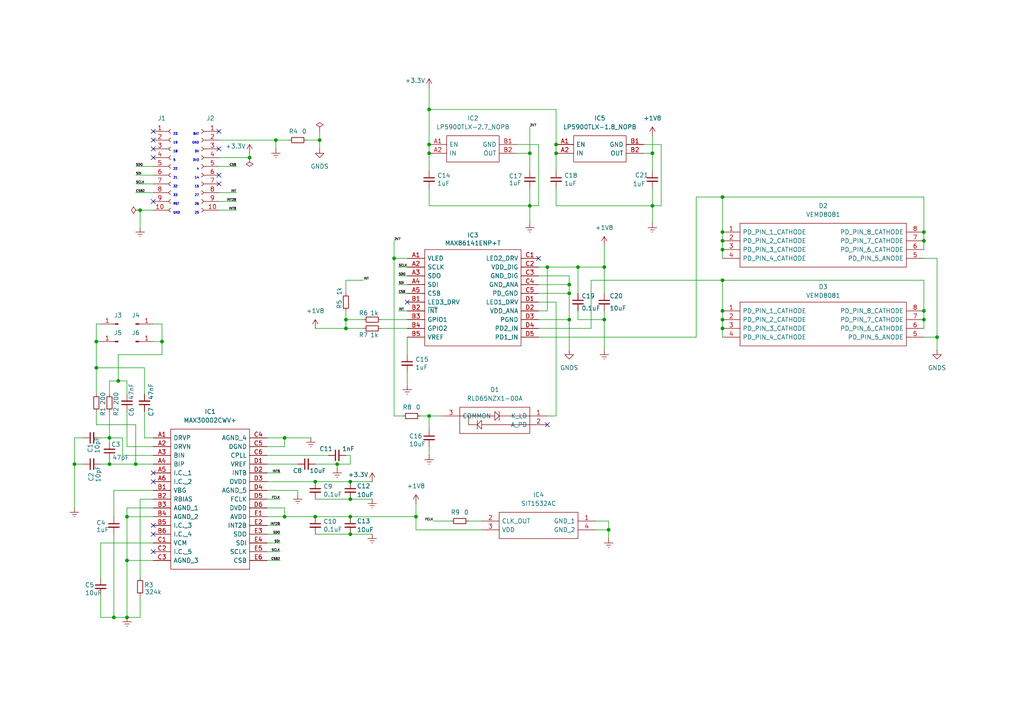
<source format=kicad_sch>
(kicad_sch (version 20231120) (generator "eeschema") (generator_version "8.0")
  (paper "A4")
  (title_block (title "Sensor board") (date "2024-03-13") (rev "2.1") (company "Ant Nova OÜ") (comment 2 "e-mail: vadim@ant.ee") (comment 3 "author: Vadim Kimlaychuk"))
  (junction (at 124.46 44.45))
  (junction (at 101.6 154.94))
  (junction (at 209.55 92.71))
  (junction (at 82.55 127))
  (junction (at 36.83 179.07))
  (junction (at 209.55 95.25))
  (junction (at 21.59 134.62))
  (junction (at 161.29 44.45))
  (junction (at 267.97 90.17))
  (junction (at 165.1 92.71))
  (junction (at 209.55 57.15))
  (junction (at 80.01 40.64))
  (junction (at 33.02 179.07))
  (junction (at 27.94 99.06))
  (junction (at 209.55 90.17))
  (junction (at 120.65 149.86))
  (junction (at 209.55 67.31))
  (junction (at 101.6 139.7))
  (junction (at 39.37 134.62))
  (junction (at 101.6 149.86))
  (junction (at 40.64 60.96))
  (junction (at 91.44 149.86))
  (junction (at 165.1 82.55))
  (junction (at 82.55 149.86))
  (junction (at 167.64 77.47))
  (junction (at 153.67 44.45))
  (junction (at 209.55 72.39))
  (junction (at 176.53 153.67))
  (junction (at 31.75 134.62))
  (junction (at 209.55 81.28))
  (junction (at 46.99 99.06))
  (junction (at 267.97 92.71))
  (junction (at 114.3 74.93))
  (junction (at 92.71 40.64))
  (junction (at 267.97 69.85))
  (junction (at 101.6 144.78))
  (junction (at 271.78 97.79))
  (junction (at 124.46 31.75))
  (junction (at 97.79 134.62))
  (junction (at 72.39 45.72))
  (junction (at 209.55 69.85))
  (junction (at 124.46 120.65))
  (junction (at 91.44 139.7))
  (junction (at 267.97 67.31))
  (junction (at 153.67 59.69))
  (junction (at 36.83 162.56))
  (junction (at 165.1 85.09))
  (junction (at 100.33 95.25))
  (junction (at 34.29 110.49))
  (junction (at 36.83 149.86))
  (junction (at 175.26 92.71))
  (junction (at 161.29 41.91))
  (junction (at 124.46 41.91))
  (junction (at 100.33 92.71))
  (junction (at 189.23 59.69))
  (junction (at 175.26 77.47))
  (junction (at 31.75 127))
  (junction (at 158.75 77.47))
  (junction (at 189.23 44.45))
  (junction (at 27.94 106.68))
  (no_connect (at 156.21 74.93))
  (no_connect (at 63.5 38.1))
  (no_connect (at 158.75 123.19))
  (no_connect (at 44.45 139.7))
  (no_connect (at 44.45 152.4))
  (no_connect (at 44.45 154.94))
  (no_connect (at 44.45 160.02))
  (no_connect (at 44.45 137.16))
  (no_connect (at 44.45 38.1))
  (no_connect (at 63.5 50.8))
  (no_connect (at 63.5 43.18))
  (no_connect (at 44.45 40.64))
  (no_connect (at 44.45 43.18))
  (no_connect (at 44.45 45.72))
  (no_connect (at 118.11 87.63))
  (no_connect (at 44.45 58.42))
  (no_connect (at 63.5 53.34))
  (wire (pts (xy 153.67 59.69) (xy 153.67 64.77)))
  (wire (pts (xy 101.6 139.7) (xy 107.95 139.7)))
  (wire (pts (xy 118.11 107.95) (xy 118.11 111.76)))
  (wire (pts (xy 63.5 40.64) (xy 80.01 40.64)))
  (wire (pts (xy 120.65 146.05) (xy 120.65 149.86)))
  (wire (pts (xy 209.55 95.25) (xy 209.55 97.79)))
  (wire (pts (xy 186.69 44.45) (xy 189.23 44.45)))
  (wire (pts (xy 36.83 119.38) (xy 36.83 129.54)))
  (wire (pts (xy 91.44 134.62) (xy 97.79 134.62)))
  (wire (pts (xy 189.23 59.69) (xy 189.23 64.77)))
  (wire (pts (xy 31.75 134.62) (xy 39.37 134.62)))
  (wire (pts (xy 39.37 123.19) (xy 39.37 134.62)))
  (wire (pts (xy 29.21 93.98) (xy 27.94 93.98)))
  (wire (pts (xy 77.47 132.08) (xy 95.25 132.08)))
  (wire (pts (xy 172.72 151.13) (xy 176.53 151.13)))
  (wire (pts (xy 40.64 66.04) (xy 40.64 60.96)))
  (wire (pts (xy 82.55 147.32) (xy 82.55 149.86)))
  (wire (pts (xy 135.89 151.13) (xy 139.7 151.13)))
  (wire (pts (xy 271.78 74.93) (xy 271.78 97.79)))
  (wire (pts (xy 158.75 77.47) (xy 167.64 77.47)))
  (wire (pts (xy 27.94 99.06) (xy 29.21 99.06)))
  (wire (pts (xy 124.46 54.61) (xy 124.46 59.69)))
  (wire (pts (xy 149.86 44.45) (xy 153.67 44.45)))
  (wire (pts (xy 120.65 153.67) (xy 139.7 153.67)))
  (wire (pts (xy 167.64 77.47) (xy 167.64 85.09)))
  (wire (pts (xy 189.23 59.69) (xy 191.77 59.69)))
  (wire (pts (xy 267.97 90.17) (xy 267.97 92.71)))
  (wire (pts (xy 120.65 149.86) (xy 120.65 153.67)))
  (wire (pts (xy 118.11 102.87) (xy 118.11 97.79)))
  (wire (pts (xy 189.23 54.61) (xy 189.23 59.69)))
  (wire (pts (xy 24.13 127) (xy 21.59 127)))
  (wire (pts (xy 165.1 82.55) (xy 165.1 85.09)))
  (wire (pts (xy 124.46 59.69) (xy 153.67 59.69)))
  (wire (pts (xy 161.29 87.63) (xy 161.29 120.65)))
  (wire (pts (xy 77.47 154.94) (xy 81.28 154.94)))
  (wire (pts (xy 44.45 93.98) (xy 46.99 93.98)))
  (wire (pts (xy 110.49 95.25) (xy 118.11 95.25)))
  (wire (pts (xy 91.44 139.7) (xy 101.6 139.7)))
  (wire (pts (xy 77.47 137.16) (xy 81.28 137.16)))
  (wire (pts (xy 92.71 40.64) (xy 92.71 43.18)))
  (wire (pts (xy 105.41 81.28) (xy 100.33 81.28)))
  (wire (pts (xy 40.64 172.72) (xy 40.64 179.07)))
  (wire (pts (xy 27.94 99.06) (xy 27.94 106.68)))
  (wire (pts (xy 171.45 81.28) (xy 171.45 95.25)))
  (wire (pts (xy 40.64 179.07) (xy 36.83 179.07)))
  (wire (pts (xy 115.57 85.09) (xy 118.11 85.09)))
  (wire (pts (xy 124.46 41.91) (xy 124.46 44.45)))
  (wire (pts (xy 209.55 57.15) (xy 201.93 57.15)))
  (wire (pts (xy 63.5 58.42) (xy 68.58 58.42)))
  (wire (pts (xy 209.55 67.31) (xy 209.55 69.85)))
  (wire (pts (xy 172.72 153.67) (xy 176.53 153.67)))
  (wire (pts (xy 158.75 120.65) (xy 161.29 120.65)))
  (wire (pts (xy 33.02 142.24) (xy 44.45 142.24)))
  (wire (pts (xy 34.29 102.87) (xy 34.29 110.49)))
  (wire (pts (xy 156.21 90.17) (xy 158.75 90.17)))
  (wire (pts (xy 121.92 120.65) (xy 124.46 120.65)))
  (wire (pts (xy 82.55 149.86) (xy 91.44 149.86)))
  (wire (pts (xy 100.33 95.25) (xy 105.41 95.25)))
  (wire (pts (xy 31.75 110.49) (xy 34.29 110.49)))
  (wire (pts (xy 41.91 114.3) (xy 41.91 106.68)))
  (wire (pts (xy 101.6 144.78) (xy 107.95 144.78)))
  (wire (pts (xy 114.3 120.65) (xy 114.3 74.93)))
  (wire (pts (xy 77.47 139.7) (xy 91.44 139.7)))
  (wire (pts (xy 124.46 129.54) (xy 124.46 132.08)))
  (wire (pts (xy 153.67 36.83) (xy 153.67 44.45)))
  (wire (pts (xy 29.21 157.48) (xy 44.45 157.48)))
  (wire (pts (xy 77.47 152.4) (xy 81.28 152.4)))
  (wire (pts (xy 209.55 81.28) (xy 171.45 81.28)))
  (wire (pts (xy 91.44 154.94) (xy 101.6 154.94)))
  (wire (pts (xy 44.45 147.32) (xy 36.83 147.32)))
  (wire (pts (xy 161.29 59.69) (xy 189.23 59.69)))
  (wire (pts (xy 153.67 59.69) (xy 156.21 59.69)))
  (wire (pts (xy 77.47 147.32) (xy 82.55 147.32)))
  (wire (pts (xy 36.83 110.49) (xy 36.83 114.3)))
  (wire (pts (xy 156.21 41.91) (xy 156.21 59.69)))
  (wire (pts (xy 115.57 80.01) (xy 118.11 80.01)))
  (wire (pts (xy 77.47 149.86) (xy 82.55 149.86)))
  (wire (pts (xy 100.33 90.17) (xy 100.33 92.71)))
  (wire (pts (xy 153.67 44.45) (xy 153.67 49.53)))
  (wire (pts (xy 161.29 41.91) (xy 161.29 44.45)))
  (wire (pts (xy 31.75 127) (xy 31.75 128.27)))
  (wire (pts (xy 63.5 60.96) (xy 68.58 60.96)))
  (wire (pts (xy 115.57 90.17) (xy 118.11 90.17)))
  (wire (pts (xy 77.47 129.54) (xy 82.55 129.54)))
  (wire (pts (xy 46.99 93.98) (xy 46.99 99.06)))
  (wire (pts (xy 39.37 55.88) (xy 44.45 55.88)))
  (wire (pts (xy 36.83 129.54) (xy 44.45 129.54)))
  (wire (pts (xy 101.6 154.94) (xy 107.95 154.94)))
  (wire (pts (xy 209.55 92.71) (xy 209.55 95.25)))
  (wire (pts (xy 114.3 120.65) (xy 116.84 120.65)))
  (wire (pts (xy 267.97 92.71) (xy 267.97 95.25)))
  (wire (pts (xy 80.01 40.64) (xy 80.01 43.18)))
  (wire (pts (xy 167.64 90.17) (xy 167.64 92.71)))
  (wire (pts (xy 41.91 106.68) (xy 27.94 106.68)))
  (wire (pts (xy 110.49 92.71) (xy 118.11 92.71)))
  (wire (pts (xy 101.6 134.62) (xy 97.79 134.62)))
  (wire (pts (xy 156.21 97.79) (xy 201.93 97.79)))
  (wire (pts (xy 209.55 57.15) (xy 209.55 67.31)))
  (wire (pts (xy 31.75 133.35) (xy 31.75 134.62)))
  (wire (pts (xy 167.64 92.71) (xy 175.26 92.71)))
  (wire (pts (xy 29.21 127) (xy 31.75 127)))
  (wire (pts (xy 63.5 45.72) (xy 72.39 45.72)))
  (wire (pts (xy 31.75 114.3) (xy 31.75 110.49)))
  (wire (pts (xy 267.97 97.79) (xy 271.78 97.79)))
  (wire (pts (xy 80.01 40.64) (xy 83.82 40.64)))
  (wire (pts (xy 34.29 110.49) (xy 36.83 110.49)))
  (wire (pts (xy 114.3 74.93) (xy 118.11 74.93)))
  (wire (pts (xy 77.47 144.78) (xy 81.28 144.78)))
  (wire (pts (xy 29.21 167.64) (xy 29.21 157.48)))
  (wire (pts (xy 149.86 41.91) (xy 156.21 41.91)))
  (wire (pts (xy 33.02 149.86) (xy 33.02 142.24)))
  (wire (pts (xy 77.47 160.02) (xy 81.28 160.02)))
  (wire (pts (xy 36.83 162.56) (xy 44.45 162.56)))
  (wire (pts (xy 40.64 144.78) (xy 40.64 167.64)))
  (wire (pts (xy 91.44 144.78) (xy 101.6 144.78)))
  (wire (pts (xy 267.97 67.31) (xy 267.97 69.85)))
  (wire (pts (xy 77.47 157.48) (xy 81.28 157.48)))
  (wire (pts (xy 161.29 41.91) (xy 161.29 31.75)))
  (wire (pts (xy 115.57 77.47) (xy 118.11 77.47)))
  (wire (pts (xy 91.44 95.25) (xy 100.33 95.25)))
  (wire (pts (xy 36.83 162.56) (xy 36.83 179.07)))
  (wire (pts (xy 82.55 129.54) (xy 82.55 127)))
  (wire (pts (xy 105.41 92.71) (xy 100.33 92.71)))
  (wire (pts (xy 125.73 151.13) (xy 130.81 151.13)))
  (wire (pts (xy 40.64 60.96) (xy 44.45 60.96)))
  (wire (pts (xy 39.37 53.34) (xy 44.45 53.34)))
  (wire (pts (xy 77.47 134.62) (xy 86.36 134.62)))
  (wire (pts (xy 209.55 90.17) (xy 209.55 92.71)))
  (wire (pts (xy 29.21 179.07) (xy 33.02 179.07)))
  (wire (pts (xy 35.56 127) (xy 35.56 132.08)))
  (wire (pts (xy 165.1 80.01) (xy 165.1 82.55)))
  (wire (pts (xy 175.26 77.47) (xy 175.26 85.09)))
  (wire (pts (xy 175.26 92.71) (xy 175.26 101.6)))
  (wire (pts (xy 72.39 45.72) (xy 72.39 44.45)))
  (wire (pts (xy 124.46 25.4) (xy 124.46 31.75)))
  (wire (pts (xy 165.1 85.09) (xy 165.1 92.71)))
  (wire (pts (xy 41.91 119.38) (xy 41.91 127)))
  (wire (pts (xy 36.83 147.32) (xy 36.83 149.86)))
  (wire (pts (xy 100.33 92.71) (xy 100.33 95.25)))
  (wire (pts (xy 186.69 41.91) (xy 191.77 41.91)))
  (wire (pts (xy 161.29 44.45) (xy 161.29 49.53)))
  (wire (pts (xy 124.46 44.45) (xy 124.46 49.53)))
  (wire (pts (xy 175.26 71.12) (xy 175.26 77.47)))
  (wire (pts (xy 191.77 41.91) (xy 191.77 59.69)))
  (wire (pts (xy 156.21 92.71) (xy 165.1 92.71)))
  (wire (pts (xy 27.94 119.38) (xy 27.94 123.19)))
  (wire (pts (xy 267.97 69.85) (xy 267.97 72.39)))
  (wire (pts (xy 267.97 90.17) (xy 267.97 81.28)))
  (wire (pts (xy 44.45 144.78) (xy 40.64 144.78)))
  (wire (pts (xy 267.97 57.15) (xy 209.55 57.15)))
  (wire (pts (xy 27.94 106.68) (xy 27.94 114.3)))
  (wire (pts (xy 97.79 134.62) (xy 97.79 135.89)))
  (wire (pts (xy 91.44 149.86) (xy 101.6 149.86)))
  (wire (pts (xy 44.45 99.06) (xy 46.99 99.06)))
  (wire (pts (xy 156.21 82.55) (xy 165.1 82.55)))
  (wire (pts (xy 63.5 48.26) (xy 68.58 48.26)))
  (wire (pts (xy 156.21 77.47) (xy 158.75 77.47)))
  (wire (pts (xy 24.13 134.62) (xy 21.59 134.62)))
  (wire (pts (xy 39.37 134.62) (xy 44.45 134.62)))
  (wire (pts (xy 101.6 132.08) (xy 101.6 134.62)))
  (wire (pts (xy 31.75 127) (xy 35.56 127)))
  (wire (pts (xy 161.29 31.75) (xy 124.46 31.75)))
  (wire (pts (xy 92.71 38.1) (xy 92.71 40.64)))
  (wire (pts (xy 39.37 48.26) (xy 44.45 48.26)))
  (wire (pts (xy 63.5 55.88) (xy 68.58 55.88)))
  (wire (pts (xy 189.23 39.37) (xy 189.23 44.45)))
  (wire (pts (xy 77.47 127) (xy 82.55 127)))
  (wire (pts (xy 29.21 172.72) (xy 29.21 179.07)))
  (wire (pts (xy 82.55 127) (xy 90.17 127)))
  (wire (pts (xy 124.46 120.65) (xy 128.27 120.65)))
  (wire (pts (xy 124.46 31.75) (xy 124.46 41.91)))
  (wire (pts (xy 39.37 50.8) (xy 44.45 50.8)))
  (wire (pts (xy 156.21 95.25) (xy 171.45 95.25)))
  (wire (pts (xy 100.33 81.28) (xy 100.33 85.09)))
  (wire (pts (xy 176.53 151.13) (xy 176.53 153.67)))
  (wire (pts (xy 156.21 87.63) (xy 161.29 87.63)))
  (wire (pts (xy 201.93 57.15) (xy 201.93 97.79)))
  (wire (pts (xy 209.55 72.39) (xy 209.55 74.93)))
  (wire (pts (xy 31.75 119.38) (xy 31.75 127)))
  (wire (pts (xy 161.29 54.61) (xy 161.29 59.69)))
  (wire (pts (xy 175.26 90.17) (xy 175.26 92.71)))
  (wire (pts (xy 41.91 127) (xy 44.45 127)))
  (wire (pts (xy 165.1 92.71) (xy 165.1 101.6)))
  (wire (pts (xy 33.02 154.94) (xy 33.02 179.07)))
  (wire (pts (xy 27.94 93.98) (xy 27.94 99.06)))
  (wire (pts (xy 114.3 69.85) (xy 114.3 74.93)))
  (wire (pts (xy 77.47 162.56) (xy 81.28 162.56)))
  (wire (pts (xy 77.47 142.24) (xy 86.36 142.24)))
  (wire (pts (xy 156.21 80.01) (xy 165.1 80.01)))
  (wire (pts (xy 21.59 134.62) (xy 21.59 147.32)))
  (wire (pts (xy 153.67 54.61) (xy 153.67 59.69)))
  (wire (pts (xy 267.97 74.93) (xy 271.78 74.93)))
  (wire (pts (xy 46.99 99.06) (xy 46.99 102.87)))
  (wire (pts (xy 267.97 81.28) (xy 209.55 81.28)))
  (wire (pts (xy 176.53 153.67) (xy 176.53 156.21)))
  (wire (pts (xy 100.33 132.08) (xy 101.6 132.08)))
  (wire (pts (xy 189.23 44.45) (xy 189.23 49.53)))
  (wire (pts (xy 35.56 132.08) (xy 44.45 132.08)))
  (wire (pts (xy 115.57 82.55) (xy 118.11 82.55)))
  (wire (pts (xy 271.78 97.79) (xy 271.78 101.6)))
  (wire (pts (xy 101.6 149.86) (xy 120.65 149.86)))
  (wire (pts (xy 209.55 69.85) (xy 209.55 72.39)))
  (wire (pts (xy 124.46 120.65) (xy 124.46 124.46)))
  (wire (pts (xy 158.75 90.17) (xy 158.75 77.47)))
  (wire (pts (xy 27.94 123.19) (xy 39.37 123.19)))
  (wire (pts (xy 267.97 67.31) (xy 267.97 57.15)))
  (wire (pts (xy 86.36 142.24) (xy 86.36 143.51)))
  (wire (pts (xy 29.21 134.62) (xy 31.75 134.62)))
  (wire (pts (xy 36.83 149.86) (xy 44.45 149.86)))
  (wire (pts (xy 21.59 127) (xy 21.59 134.62)))
  (wire (pts (xy 88.9 40.64) (xy 92.71 40.64)))
  (wire (pts (xy 209.55 81.28) (xy 209.55 90.17)))
  (wire (pts (xy 33.02 179.07) (xy 36.83 179.07)))
  (wire (pts (xy 167.64 77.47) (xy 175.26 77.47)))
  (wire (pts (xy 46.99 102.87) (xy 34.29 102.87)))
  (wire (pts (xy 156.21 85.09) (xy 165.1 85.09)))
  (wire (pts (xy 36.83 149.86) (xy 36.83 162.56)))
  (text "23" (at 50.165 39.37 0) (effects (font (size 0.635 0.635)) (justify left bottom)))
  (text "22" (at 50.165 49.53 0) (effects (font (size 0.635 0.635)) (justify left bottom)))
  (text "32" (at 50.165 54.61 0) (effects (font (size 0.635 0.635)) (justify left bottom)))
  (text "33" (at 50.165 57.15 0) (effects (font (size 0.635 0.635)) (justify left bottom)))
  (text "GND" (at 50.165 62.23 0) (effects (font (size 0.635 0.635)) (justify left bottom)))
  (text "18" (at 50.165 44.45 0) (effects (font (size 0.635 0.635)) (justify left bottom)))
  (text "21" (at 50.165 52.07 0) (effects (font (size 0.635 0.635)) (justify left bottom)))
  (text "25" (at 57.785 62.23 180) (effects (font (size 0.635 0.635)) (justify right bottom)))
  (text "5" (at 50.165 46.99 0) (effects (font (size 0.635 0.635)) (justify left bottom)))
  (text "BAT" (at 57.785 39.37 180) (effects (font (size 0.635 0.635)) (justify right bottom)))
  (text "19" (at 50.165 41.91 0) (effects (font (size 0.635 0.635)) (justify left bottom)))
  (text "GND" (at 57.785 41.91 180) (effects (font (size 0.635 0.635)) (justify right bottom)))
  (text "RST" (at 50.165 59.69 0) (effects (font (size 0.635 0.635)) (justify left bottom)))
  (text "26" (at 57.785 59.69 180) (effects (font (size 0.635 0.635)) (justify right bottom)))
  (text "4" (at 57.785 49.53 180) (effects (font (size 0.635 0.635)) (justify right bottom)))
  (text "27" (at 57.785 57.15 180) (effects (font (size 0.635 0.635)) (justify right bottom)))
  (text "3V3" (at 57.785 46.99 180) (effects (font (size 0.635 0.635)) (justify right bottom)))
  (text "5V" (at 57.785 44.45 180) (effects (font (size 0.635 0.635)) (justify right bottom)))
  (text "15" (at 57.785 54.61 180) (effects (font (size 0.635 0.635)) (justify right bottom)))
  (text "14" (at 57.785 52.07 180) (effects (font (size 0.635 0.635)) (justify right bottom)))
  (label "SDI" (at 115.57 82.55 0) (effects (font (size 0.635 0.635))))
  (label "INT" (at 105.41 81.28 0) (effects (font (size 0.635 0.635))))
  (label "CSB" (at 115.57 85.09 0) (effects (font (size 0.635 0.635))))
  (label "SCLK" (at 81.28 160.02 180) (effects (font (size 0.635 0.635))))
  (label "CSB2" (at 39.37 55.88 0) (effects (font (size 0.635 0.635))))
  (label "2V7" (at 114.3 69.85 0) (effects (font (size 0.635 0.635))))
  (label "SCLK" (at 39.37 53.34 0) (effects (font (size 0.635 0.635))))
  (label "INTB" (at 68.58 60.96 180) (effects (font (size 0.635 0.635))))
  (label "INT2B" (at 68.58 58.42 180) (effects (font (size 0.635 0.635))))
  (label "2V7" (at 153.67 36.83 0) (effects (font (size 0.635 0.635))))
  (label "SCLK" (at 115.57 77.47 0) (effects (font (size 0.635 0.635))))
  (label "INT" (at 68.58 55.88 180) (effects (font (size 0.635 0.635))))
  (label "SDI" (at 81.28 157.48 180) (effects (font (size 0.635 0.635))))
  (label "INT" (at 115.57 90.17 0) (effects (font (size 0.635 0.635))))
  (label "SDO" (at 81.28 154.94 180) (effects (font (size 0.635 0.635))))
  (label "CSB2" (at 81.28 162.56 180) (effects (font (size 0.635 0.635))))
  (label "FCLK" (at 125.73 151.13 180) (effects (font (size 0.635 0.635))))
  (label "SDO" (at 39.37 48.26 0) (effects (font (size 0.635 0.635))))
  (label "INT2B" (at 81.28 152.4 180) (effects (font (size 0.635 0.635))))
  (label "SDI" (at 39.37 50.8 0) (effects (font (size 0.635 0.635))))
  (label "INTB" (at 81.28 137.16 180) (effects (font (size 0.635 0.635))))
  (label "CSB" (at 68.58 48.26 180) (effects (font (size 0.635 0.635))))
  (label "SDO" (at 115.57 80.01 0) (effects (font (size 0.635 0.635))))
  (label "FCLK" (at 81.28 144.78 180) (effects (font (size 0.635 0.635))))
  (symbol (lib_id "Device:C_Small") (at 175.26 87.63 0) (unit 1)
    (property "Reference" "C20" (at 176.784 85.852 0) (effects (justify left)))
    (property "Value" "10uF" (at 176.784 89.408 0) (effects (justify left)))
    (property "Footprint" "Capacitor_SMD:C_0402_1005Metric" (effects (hide yes)))
    (property "Datasheet" "https://www.mouser.ee/datasheet/2/447/UPY-GPHC_X5R_4V-to-50V_25-1131599.pdf" (effects (hide yes)))
    (property "Manufacturer" "Yageo" (effects (hide yes)))
    (property "Manufacturer Part Number" "CC0402MRX5R5BB106" (effects (hide yes)))
    (property "Mouser Price/Stock" "https://www.mouser.ee/ProductDetail/Yageo/CC0402MRX5R5BB106/?qs=zEY9bCHj09eCmUJdZuS5Lg%3D%3D" (effects (hide yes)))
    (property "Digikey Part Number" "311-1729-2-ND" (effects (hide yes)))
    (property "Price" "0.22" (effects (hide yes)))
  )
  (symbol (lib_id "Device:C_Small") (at 118.11 105.41 0) (unit 1)
    (property "Reference" "C15" (at 120.4468 104.2416 0) (effects (justify left)))
    (property "Value" "1uF" (at 120.4468 106.553 0) (effects (justify left)))
    (property "Footprint" "Capacitor_SMD:C_0402_1005Metric" (effects (hide yes)))
    (property "Datasheet" "http://www.easyflip.co.uk/Farnell_element14_2013_UK/book.html?page=1145" (effects (hide yes)))
    (property "Manufacturer" "Yageo" (effects (hide yes)))
    (property "Manufacturer Part Number" "CC0402KRX5R5BB105" (effects (hide yes)))
    (property "Mouser Price/Stock" "https://www.mouser.ee/ProductDetail/Yageo/CC0402KRX5R5BB105/?qs=AgBp2OyFlx8OsRLdvCJiRw%3D%3D" (effects (hide yes)))
    (property "Digikey Part Number" "311-1438-2-ND" (effects (hide yes)))
    (property "Price" "0.09" (effects (hide yes)))
  )
  (symbol (lib_id "Device:C_Small") (at 167.64 87.63 0) (unit 1)
    (property "Reference" "C19" (at 168.656 85.852 0) (effects (justify left)))
    (property "Value" "0.1uF" (at 168.656 89.408 0) (effects (justify left)))
    (property "Footprint" "Capacitor_SMD:C_0402_1005Metric" (effects (hide yes)))
    (property "Datasheet" "https://www.mouser.ee/datasheet/2/447/UPY-GPHC_X5R_4V-to-50V_25-1131599.pdf" (effects (hide yes)))
    (property "Manufacturer" "Yageo" (effects (hide yes)))
    (property "Manufacturer Part Number" "CC0402KRX5R5BB104" (effects (hide yes)))
    (property "Mouser Price/Stock" "https://www.mouser.ee/ProductDetail/Yageo/CC0402KRX5R5BB104/?qs=T%2F3nPWKqOSbG4z8ii3LyCg%3D%3D" (effects (hide yes)))
    (property "Digikey Part Number" "311-3340-2-ND" (effects (hide yes)))
    (property "Price" "0.09" (effects (hide yes)))
  )
  (symbol (lib_id "Device:R_Small") (at 107.95 92.71 270) (unit 1)
    (property "Reference" "R6" (at 105.41 90.805 90))
    (property "Value" "1k" (at 108.585 90.805 90))
    (property "Footprint" "Resistor_SMD:R_0402_1005Metric" (effects (hide yes)))
    (property "Datasheet" "https://www.mouser.ee/datasheet/2/427/crcwce3-1762584.pdf" (effects (hide yes)))
    (property "Manufacturer" "Vishay / Dale" (effects (hide yes)))
    (property "Manufacturer Part Number" "CRCW04021K00FKEDC" (effects (hide yes)))
    (property "Mouser Price/Stock" "https://www.mouser.ee/ProductDetail/Vishay-Dale/CRCW04021K00FKEDC?qs=sGAEpiMZZMvdGkrng054t8r8AhKhXLMm3e8cE5j2FQOWYLX7Ezsnvg%3D%3D" (effects (hide yes)))
    (property "Digikey Part Number" "541-3961-2-ND" (effects (hide yes)))
    (property "Price" "0.09" (effects (hide yes)))
  )
  (symbol (lib_id "Device:C_Small") (at 101.6 142.24 0) (unit 1)
    (property "Reference" "C12" (at 103.505 140.97 0) (effects (justify left)))
    (property "Value" "10uF" (at 103.505 143.51 0) (effects (justify left)))
    (property "Footprint" "Capacitor_SMD:C_0402_1005Metric" (effects (hide yes)))
    (property "Datasheet" "https://www.mouser.ee/datasheet/2/447/UPY-GPHC_X5R_4V-to-50V_25-1131599.pdf" (effects (hide yes)))
    (property "Manufacturer" "Yageo" (effects (hide yes)))
    (property "Manufacturer Part Number" "CC0402MRX5R5BB106" (effects (hide yes)))
    (property "Mouser Price/Stock" "https://www.mouser.ee/ProductDetail/Yageo/CC0402MRX5R5BB106/?qs=zEY9bCHj09eCmUJdZuS5Lg%3D%3D" (effects (hide yes)))
    (property "Digikey Part Number" "311-1729-2-ND" (effects (hide yes)))
    (property "Price" "0.22" (effects (hide yes)))
  )
  (symbol (lib_id "Device:R_Small") (at 86.36 40.64 270) (unit 1)
    (property "Reference" "R4" (at 85.09 38.1 90))
    (property "Value" "0" (at 88.265 38.1 90))
    (property "Footprint" "Resistor_SMD:R_0402_1005Metric" (effects (hide yes)))
    (property "Datasheet" "https://www.mouser.ee/datasheet/2/427/crcwce3-1762584.pdf" (effects (hide yes)))
    (property "Manufacturer" "Vishay / Dale" (effects (hide yes)))
    (property "Manufacturer Part Number" "CRCW04020000Z0EDC" (effects (hide yes)))
    (property "Mouser Price/Stock" "https://www.mouser.ee/ProductDetail/Vishay-Dale/CRCW04020000Z0EDC/?qs=sGAEpiMZZMvdGkrng054t0DrEhLhGh8gwkqbMx2gSI%252BmKUnjnIW1MQ%3D%3D" (effects (hide yes)))
    (property "Digikey Part Number" "541-4062-2-ND" (effects (hide yes)))
    (property "Price" "0.09" (effects (hide yes)))
  )
  (symbol (lib_id "Device:R_Small") (at 119.38 120.65 270) (unit 1)
    (property "Reference" "R8" (at 118.11 118.11 90))
    (property "Value" "0" (at 121.285 118.11 90))
    (property "Footprint" "Resistor_SMD:R_0402_1005Metric" (effects (hide yes)))
    (property "Datasheet" "https://www.mouser.ee/datasheet/2/427/crcwce3-1762584.pdf" (effects (hide yes)))
    (property "Manufacturer" "Vishay / Dale" (effects (hide yes)))
    (property "Manufacturer Part Number" "CRCW04020000Z0EDC" (effects (hide yes)))
    (property "Mouser Price/Stock" "https://www.mouser.ee/ProductDetail/Vishay-Dale/CRCW04020000Z0EDC/?qs=sGAEpiMZZMvdGkrng054t0DrEhLhGh8gwkqbMx2gSI%252BmKUnjnIW1MQ%3D%3D" (effects (hide yes)))
    (property "Digikey Part Number" "541-4062-2-ND" (effects (hide yes)))
    (property "Price" "0.09" (effects (hide yes)))
  )
  (symbol (lib_id "Horace:MAX86141ENP+") (at 118.11 74.93 0) (unit 1)
    (property "Reference" "IC3" (at 137.16 68.199 0))
    (property "Value" "MAX86141ENP+T" (at 137.16 70.5104 0))
    (property "Footprint" "Horace:BGA20C40P5X4_205X185X50" (effects (hide yes)))
    (property "Datasheet" "https://datasheets.maximintegrated.com/en/ds/MAX86140-MAX86141.pdf" (effects (hide yes)))
    (property "Description" "MAXIM INTEGRATED PRODUCTS - MAX86141ENP+ - PULSE OXIMETER/HEART RATE SENSOR, WLP-20" (effects (hide yes)))
    (property "Manufacturer" "Maxim Integrated" (effects (hide yes)))
    (property "Manufacturer Part Number" "MAX86141ENP+T" (effects (hide yes)))
    (property "Height" "0.5" (effects (hide yes)))
    (property "Mouser Part Number" "700-MAX86141ENP+" (effects (hide yes)))
    (property "Mouser Price/Stock" "https://www.mouser.co.uk/ProductDetail/Maxim-Integrated/MAX86141ENP%2b?qs=YCa%2FAAYMW01jqVI3kzZSjA%3D%3D" (effects (hide yes)))
    (property "Digikey Part Number" "MAX86141ENP+TCT-ND" (effects (hide yes)))
    (property "Price" "6.25" (effects (hide yes)))
    (property "Manufacturer_Name" "Maxim Integrated" (effects (hide yes)))
    (property "Manufacturer_Part_Number" "MAX86141ENP+" (effects (hide yes)))
  )
  (symbol (lib_id "Horace:Probe_01_male") (at 39.37 99.06 0) (unit 1)
    (property "Reference" "J6" (at 39.37 96.52 0))
    (property "Value" "Probe_01_male" (effects (hide yes)))
    (property "Footprint" "Horace:Probe_01_male" (effects (hide yes)))
    (property "Description" "Test probe pin" (effects (hide yes)))
    (property "Manufacturer Part Number" "3977-1-00-15-00-00-03-0" (effects (hide yes)))
    (property "Mouser Price/Stock" "https://www.digikey.ee/products/en?keywords=3975-0-00-15-00-00-03-0" (effects (hide yes)))
    (property "Digikey Part Number" "ED10387-ND" (effects (hide yes)))
    (property "Price" "0.3" (effects (hide yes)))
  )
  (symbol (lib_id "Horace:Probe_01_male") (at 39.37 93.98 0) (unit 1)
    (property "Reference" "J4" (at 39.37 91.44 0))
    (property "Value" "Probe_01_male" (effects (hide yes)))
    (property "Footprint" "Horace:Probe_01_male" (effects (hide yes)))
    (property "Description" "Test probe pin" (effects (hide yes)))
    (property "Manufacturer Part Number" "3977-1-00-15-00-00-03-0" (effects (hide yes)))
    (property "Mouser Price/Stock" "https://www.digikey.ee/products/en?keywords=3975-0-00-15-00-00-03-0" (effects (hide yes)))
    (property "Digikey Part Number" "ED10387-ND" (effects (hide yes)))
    (property "Price" "0.3" (effects (hide yes)))
  )
  (symbol (lib_id "Horace:Probe_01_male") (at 34.29 93.98 180) (unit 1)
    (property "Reference" "J3" (at 33.02 91.44 0) (effects (justify right)))
    (property "Value" "Probe_01_male" (effects (hide yes)))
    (property "Footprint" "Horace:Probe_01_male" (effects (hide yes)))
    (property "Description" "Test probe pin" (effects (hide yes)))
    (property "Manufacturer Part Number" "3977-1-00-15-00-00-03-0" (effects (hide yes)))
    (property "Mouser Price/Stock" "https://www.digikey.ee/products/en?keywords=3975-0-00-15-00-00-03-0" (effects (hide yes)))
    (property "Digikey Part Number" "ED10387-ND" (effects (hide yes)))
    (property "Price" "0.3" (effects (hide yes)))
  )
  (symbol (lib_id "Horace:Probe_01_male") (at 34.29 99.06 180) (unit 1)
    (property "Reference" "J5" (at 33.02 96.52 0) (effects (justify right)))
    (property "Value" "Probe_01_male" (effects (hide yes)))
    (property "Footprint" "Horace:Probe_01_male" (effects (hide yes)))
    (property "Description" "Test probe pin" (effects (hide yes)))
    (property "Manufacturer Part Number" "3977-1-00-15-00-00-03-0" (effects (hide yes)))
    (property "Mouser Price/Stock" "https://www.digikey.ee/products/en?keywords=3975-0-00-15-00-00-03-0" (effects (hide yes)))
    (property "Digikey Part Number" "ED10387-ND" (effects (hide yes)))
    (property "Price" "0.3" (effects (hide yes)))
  )
  (symbol (lib_id "Device:R_Small") (at 107.95 95.25 270) (unit 1)
    (property "Reference" "R7" (at 105.41 97.155 90))
    (property "Value" "1k" (at 108.585 97.155 90))
    (property "Footprint" "Resistor_SMD:R_0402_1005Metric" (effects (hide yes)))
    (property "Datasheet" "https://www.mouser.ee/datasheet/2/427/crcwce3-1762584.pdf" (effects (hide yes)))
    (property "Manufacturer" "Vishay / Dale" (effects (hide yes)))
    (property "Manufacturer Part Number" "CRCW04021K00FKEDC" (effects (hide yes)))
    (property "Mouser Price/Stock" "https://www.mouser.ee/ProductDetail/Vishay-Dale/CRCW04021K00FKEDC?qs=sGAEpiMZZMvdGkrng054t8r8AhKhXLMm3e8cE5j2FQOWYLX7Ezsnvg%3D%3D" (effects (hide yes)))
    (property "Digikey Part Number" "541-3961-2-ND" (effects (hide yes)))
    (property "Price" "0.09" (effects (hide yes)))
  )
  (symbol (lib_id "Device:R_Small") (at 100.33 87.63 0) (unit 1)
    (property "Reference" "R5" (at 98.425 88.265 90))
    (property "Value" "1k" (at 98.425 84.455 90))
    (property "Footprint" "Resistor_SMD:R_0402_1005Metric" (effects (hide yes)))
    (property "Datasheet" "https://www.mouser.ee/datasheet/2/427/crcwce3-1762584.pdf" (effects (hide yes)))
    (property "Manufacturer" "Vishay / Dale" (effects (hide yes)))
    (property "Manufacturer Part Number" "CRCW04021K00FKEDC" (effects (hide yes)))
    (property "Mouser Price/Stock" "https://www.mouser.ee/ProductDetail/Vishay-Dale/CRCW04021K00FKEDC?qs=sGAEpiMZZMvdGkrng054t8r8AhKhXLMm3e8cE5j2FQOWYLX7Ezsnvg%3D%3D" (effects (hide yes)))
    (property "Digikey Part Number" "541-3961-2-ND" (effects (hide yes)))
    (property "Price" "0.09" (effects (hide yes)))
  )
  (symbol (lib_id "Device:R_Small") (at 40.64 170.18 0) (unit 1)
    (property "Reference" "R3" (at 43.18 169.672 0))
    (property "Value" "324k" (at 44.45 171.704 0))
    (property "Footprint" "Resistor_SMD:R_0402_1005Metric" (effects (hide yes)))
    (property "Datasheet" "https://www.mouser.ee/datasheet/2/427/crcwce3-1762584.pdf" (effects (hide yes)))
    (property "Manufacturer" "Vishay / Dale" (effects (hide yes)))
    (property "Manufacturer Part Number" "CRCW0402324KFKEDC" (effects (hide yes)))
    (property "Mouser Price/Stock" "https://www.mouser.ee/ProductDetail/Vishay-Dale/CRCW0402324KFKEDC?qs=E3Y5ESvWgWPWxHcYNHkI3g%3D%3D" (effects (hide yes)))
    (property "Digikey Part Number" "541-4894-2-ND" (effects (hide yes)))
    (property "Price" "0.2" (effects (hide yes)))
  )
  (symbol (lib_name "GNDS_1") (lib_id "power:GNDS") (at 92.71 43.18 0) (unit 1)
    (property "Reference" "#PWR014" (effects (hide yes)))
    (property "Value" "GNDS" (at 92.71 48.26 0))
    (property "Description" "Power symbol creates a global label with name \"GNDS\" , signal ground" (effects (hide yes)))
  )
  (symbol (lib_id "Device:C_Small") (at 124.46 52.07 0) (unit 1)
    (property "Reference" "C14" (at 126.7968 50.9016 0) (effects (justify left)))
    (property "Value" "1uF" (at 126.7968 53.213 0) (effects (justify left)))
    (property "Footprint" "Capacitor_SMD:C_0402_1005Metric" (effects (hide yes)))
    (property "Datasheet" "http://www.easyflip.co.uk/Farnell_element14_2013_UK/book.html?page=1145" (effects (hide yes)))
    (property "Manufacturer" "Yageo" (effects (hide yes)))
    (property "Manufacturer Part Number" "CC0402KRX5R5BB105" (effects (hide yes)))
    (property "Mouser Price/Stock" "https://www.mouser.ee/ProductDetail/Yageo/CC0402KRX5R5BB105/?qs=AgBp2OyFlx8OsRLdvCJiRw%3D%3D" (effects (hide yes)))
    (property "Digikey Part Number" "311-1438-2-ND" (effects (hide yes)))
    (property "Price" "0.09" (effects (hide yes)))
  )
  (symbol (lib_id "Connector:Conn_01x10_Socket") (at 58.42 48.26 0) (mirror y) (unit 1)
    (property "Reference" "J2" (at 62.23 34.29 0) (effects (justify left)))
    (property "Value" "Conn_01x10_Female" (effects (hide yes)))
    (property "Footprint" "Connector_PinSocket_2.54mm:PinSocket_1x10_P2.54mm_Vertical" (effects (hide yes)))
    (property "Description" "Generic connector, single row, 01x10, script generated" (effects (hide yes)))
    (property "Manufacturer" "Molex" (effects (hide yes)))
    (property "Manufacturer Part Number" "90147-1110" (effects (hide yes)))
    (property "Mouser parts/stock" "https://www.mouser.ee/ProductDetail/Molex/90147-1110" (effects (hide yes)))
    (property "Mouser part number" "538-90147-1110" (effects (hide yes)))
  )
  (symbol (lib_name "PWR_FLAG_1") (lib_id "power:PWR_FLAG") (at 40.64 60.96 90) (unit 1)
    (property "Reference" "#FLG02" (effects (hide yes)))
    (property "Value" "PWR_FLAG" (effects (hide yes)))
    (property "Description" "Special symbol for telling ERC where power comes from" (effects (hide yes)))
  )
  (symbol (lib_id "Horace:MAX30002CWV+") (at 44.45 127 0) (unit 1)
    (property "Reference" "IC1" (at 60.96 119.38 0))
    (property "Value" "MAX30002CWV+" (at 60.96 121.92 0))
    (property "Footprint" "Horace:MAX30002CWV" (effects (hide yes)))
    (property "Datasheet" "https://componentsearchengine.com/Datasheets/1/MAX30002CWV+.pdf" (effects (hide yes)))
    (property "Description" "Analog Front End - AFE Bio Potential AFE" (effects (hide yes)))
    (property "Height" "0.69" (effects (hide yes)))
    (property "Manufacturer_Name" "Maxim Integrated" (effects (hide yes)))
    (property "Manufacturer_Part_Number" "MAX30002CWV+" (effects (hide yes)))
    (property "Mouser Part Number" "700-MAX30002CWV+" (effects (hide yes)))
    (property "Digikey Part Number" "MAX30002CWV+-ND" (effects (hide yes)))
    (property "Mouser Price/Stock" "https://www.mouser.co.uk/ProductDetail/Maxim-Integrated/MAX30002CWV%2b?qs=gTYE2QTfZfRSACHOszRGvQ%3D%3D" (effects (hide yes)))
  )
  (symbol (lib_id "Connector:Conn_01x10_Socket") (at 49.53 48.26 0) (unit 1)
    (property "Reference" "J1" (at 45.72 34.29 0) (effects (justify left)))
    (property "Value" "Conn_01x10_Female" (effects (hide yes)))
    (property "Footprint" "Connector_PinSocket_2.54mm:PinSocket_1x10_P2.54mm_Vertical" (effects (hide yes)))
    (property "Description" "Generic connector, single row, 01x10, script generated" (effects (hide yes)))
    (property "Manufacturer" "Molex" (effects (hide yes)))
    (property "Manufacturer Part Number" "90147-1110" (effects (hide yes)))
    (property "Mouser parts/stock" "https://www.mouser.ee/ProductDetail/Molex/90147-1110" (effects (hide yes)))
    (property "Mouser part number" "538-90147-1110" (effects (hide yes)))
  )
  (symbol (lib_id "power:+3.3V") (at 107.95 139.7 0) (unit 1)
    (property "Reference" "#PWR016" (effects (hide yes)))
    (property "Value" "+3.3V" (at 103.886 137.668 0))
    (property "Description" "Power symbol creates a global label with name \"+3.3V\"" (effects (hide yes)))
  )
  (symbol (lib_name "GNDS_1") (lib_id "power:GNDS") (at 165.1 101.6 0) (unit 1)
    (property "Reference" "#PWR023" (effects (hide yes)))
    (property "Value" "GNDS" (at 165.1 106.68 0))
    (property "Description" "Power symbol creates a global label with name \"GNDS\" , signal ground" (effects (hide yes)))
  )
  (symbol (lib_id "Device:C_Small") (at 124.46 127 0) (unit 1)
    (property "Reference" "C16" (at 118.618 126.492 0) (effects (justify left)))
    (property "Value" "10uF" (at 118.618 128.778 0) (effects (justify left)))
    (property "Footprint" "Capacitor_SMD:C_0402_1005Metric" (effects (hide yes)))
    (property "Datasheet" "https://www.mouser.ee/datasheet/2/447/UPY-GPHC_X5R_4V-to-50V_25-1131599.pdf" (effects (hide yes)))
    (property "Manufacturer" "Yageo" (effects (hide yes)))
    (property "Manufacturer Part Number" "CC0402MRX5R5BB106" (effects (hide yes)))
    (property "Mouser Price/Stock" "https://www.mouser.ee/ProductDetail/Yageo/CC0402MRX5R5BB106/?qs=zEY9bCHj09eCmUJdZuS5Lg%3D%3D" (effects (hide yes)))
    (property "Digikey Part Number" "311-1729-2-ND" (effects (hide yes)))
    (property "Price" "0.22" (effects (hide yes)))
  )
  (symbol (lib_name "GNDREF_1") (lib_id "power:GNDREF") (at 189.23 64.77 0) (unit 1)
    (property "Reference" "#PWR027" (effects (hide yes)))
    (property "Value" "GNDREF" (effects (hide yes)))
    (property "Description" "Power symbol creates a global label with name \"GNDREF\" , reference supply ground" (effects (hide yes)))
  )
  (symbol (lib_name "GNDREF_1") (lib_id "power:GNDREF") (at 175.26 101.6 0) (unit 1)
    (property "Reference" "#PWR022" (effects (hide yes)))
    (property "Value" "GNDREF" (effects (hide yes)))
    (property "Description" "Power symbol creates a global label with name \"GNDREF\" , reference supply ground" (effects (hide yes)))
  )
  (symbol (lib_id "Horace:VEMD8081") (at 209.55 90.17 0) (unit 1)
    (property "Reference" "D3" (at 238.76 83.185 0))
    (property "Value" "VEMD8081" (at 238.76 85.725 0))
    (property "Footprint" "Horace:VEMD8081" (effects (hide yes)))
    (property "Datasheet" "https://www.vishay.com/docs/80218/vemd8081.pdf" (effects (hide yes)))
    (property "Description" "High speed and high sensitive PIN photodiode with enhanced sensitivity for visible light, 4.8 x 2.5 x 0.48 package, Radiant sensitive area (in mm2): 5.4" (effects (hide yes)))
    (property "Height" "0.53" (effects (hide yes)))
    (property "Manufacturer_Name" "Vishay" (effects (hide yes)))
    (property "Manufacturer_Part_Number" "VEMD8081" (effects (hide yes)))
    (property "Mouser Part Number" "78-VEMD8081" (effects (hide yes)))
    (property "Mouser Price/Stock" "https://www.mouser.co.uk/ProductDetail/Vishay-Semiconductors/VEMD8081?qs=hd1VzrDQEGhZjg8mME3%2FzQ%3D%3D" (effects (hide yes)))
  )
  (symbol (lib_id "Device:R_Small") (at 31.75 116.84 0) (unit 1)
    (property "Reference" "R2" (at 33.655 119.38 90))
    (property "Value" "200" (at 33.655 115.57 90))
    (property "Footprint" "Resistor_SMD:R_0402_1005Metric" (effects (hide yes)))
    (property "Datasheet" "https://www.mouser.ee/datasheet/2/427/crcwce3-1762584.pdf" (effects (hide yes)))
    (property "Manufacturer" "Vishay / Dale" (effects (hide yes)))
    (property "Manufacturer Part Number" "CRCW0402200RFKEDC" (effects (hide yes)))
    (property "Mouser Price/Stock" "https://www.mouser.ee/ProductDetail/Vishay-Dale/CRCW0402200RFKEDC?qs=E3Y5ESvWgWP6CT2hjJxX9A%3D%3D" (effects (hide yes)))
    (property "Digikey Part Number" "541-3995-2-ND" (effects (hide yes)))
    (property "Price" "0.09" (effects (hide yes)))
  )
  (symbol (lib_id "Device:C_Small") (at 31.75 130.81 180) (unit 1)
    (property "Reference" "C3" (at 34.925 128.905 0) (effects (justify left)))
    (property "Value" "47pF" (at 37.465 132.715 0) (effects (justify left)))
    (property "Footprint" "Capacitor_SMD:C_0402_1005Metric" (effects (hide yes)))
    (property "Datasheet" "https://www.mouser.ee/datasheet/2/447/UPY-GPHC_X5R_4V-to-50V_25-1131599.pdf" (effects (hide yes)))
    (property "Manufacturer" "Yageo" (effects (hide yes)))
    (property "Manufacturer Part Number" "CC0402JRNPO8BN470" (effects (hide yes)))
    (property "Mouser Price/Stock" "https://www.mouser.ee/ProductDetail/Yageo/CC0402MRX5R5BB106/?qs=zEY9bCHj09eCmUJdZuS5Lg%3D%3D" (effects (hide yes)))
    (property "Digikey Part Number" "311-3751-2-ND" (effects (hide yes)))
    (property "Price" "0.22" (effects (hide yes)))
  )
  (symbol (lib_id "Horace:LP5900TLX-2.7_NOPB") (at 124.46 41.91 0) (unit 1)
    (property "Reference" "IC2" (at 137.16 34.29 0))
    (property "Value" "LP5900TLX-2.7_NOPB" (at 137.16 36.83 0))
    (property "Footprint" "Horace:BGA4C50P2X2_105X108X68" (effects (hide yes)))
    (property "Datasheet" "http://www.ti.com/lit/gpn/LP5900" (effects (hide yes)))
    (property "Description" "150mA Ultralow-Noise LDO for RF and Analog Circuits Requires No Bypass Capacitor" (effects (hide yes)))
    (property "Height" "0.675" (effects (hide yes)))
    (property "Manufacturer_Name" "Texas Instruments" (effects (hide yes)))
    (property "Manufacturer_Part_Number" "LP5900TLX-2.7/NOPB" (effects (hide yes)))
    (property "Mouser Part Number" "926-LP5900TLX27NOPB" (effects (hide yes)))
    (property "Mouser Price/Stock" "https://www.mouser.co.uk/ProductDetail/Texas-Instruments/LP5900TLX-27-NOPB?qs=8uBHJDVwVqwI%252Br0sr7pGhg%3D%3D" (effects (hide yes)))
  )
  (symbol (lib_name "GNDREF_1") (lib_id "power:GNDREF") (at 36.83 179.07 0) (unit 1)
    (property "Reference" "#PWR05" (effects (hide yes)))
    (property "Value" "GNDREF" (effects (hide yes)))
    (property "Description" "Power symbol creates a global label with name \"GNDREF\" , reference supply ground" (effects (hide yes)))
  )
  (symbol (lib_name "GNDREF_1") (lib_id "power:GNDREF") (at 86.36 143.51 0) (unit 1)
    (property "Reference" "#PWR017" (effects (hide yes)))
    (property "Value" "GNDREF" (effects (hide yes)))
    (property "Description" "Power symbol creates a global label with name \"GNDREF\" , reference supply ground" (effects (hide yes)))
  )
  (symbol (lib_name "+1V8_1") (lib_id "power:+1V8") (at 120.65 146.05 0) (unit 1)
    (property "Reference" "#PWR04" (effects (hide yes)))
    (property "Value" "+1V8" (at 120.65 140.97 0))
    (property "Description" "Power symbol creates a global label with name \"+1V8\"" (effects (hide yes)))
  )
  (symbol (lib_name "GNDREF_1") (lib_id "power:GNDREF") (at 90.17 127 0) (unit 1)
    (property "Reference" "#PWR03" (effects (hide yes)))
    (property "Value" "GNDREF" (effects (hide yes)))
    (property "Description" "Power symbol creates a global label with name \"GNDREF\" , reference supply ground" (effects (hide yes)))
  )
  (symbol (lib_id "Device:R_Small") (at 133.35 151.13 270) (unit 1)
    (property "Reference" "R9" (at 132.08 148.59 90))
    (property "Value" "0" (at 135.255 148.59 90))
    (property "Footprint" "Resistor_SMD:R_0402_1005Metric" (effects (hide yes)))
    (property "Datasheet" "https://www.mouser.ee/datasheet/2/427/crcwce3-1762584.pdf" (effects (hide yes)))
    (property "Manufacturer" "Vishay / Dale" (effects (hide yes)))
    (property "Manufacturer Part Number" "CRCW04020000Z0EDC" (effects (hide yes)))
    (property "Mouser Price/Stock" "https://www.mouser.ee/ProductDetail/Vishay-Dale/CRCW04020000Z0EDC/?qs=sGAEpiMZZMvdGkrng054t0DrEhLhGh8gwkqbMx2gSI%252BmKUnjnIW1MQ%3D%3D" (effects (hide yes)))
    (property "Digikey Part Number" "541-4062-2-ND" (effects (hide yes)))
    (property "Price" "0.09" (effects (hide yes)))
  )
  (symbol (lib_id "Horace:RLD65NZX1-00A") (at 128.27 120.65 0) (unit 1)
    (property "Reference" "D1" (at 143.51 113.03 0))
    (property "Value" "RLD65NZX1-00A" (at 143.51 115.57 0))
    (property "Footprint" "Horace:RLD85PZJ400A" (effects (hide yes)))
    (property "Datasheet" "https://fscdn.rohm.com/en/products/databook/datasheet/opto/laser_diode/red/rld65pzx300a012-e.pdf" (effects (hide yes)))
    (property "Description" "635nm Red Single Mode Laser Diode" (effects (hide yes)))
    (property "Height" "4.6" (effects (hide yes)))
    (property "Manufacturer_Name" "ROHM Semiconductor" (effects (hide yes)))
    (property "Manufacturer_Part_Number" "RLD65NZX1-00A" (effects (hide yes)))
    (property "Mouser Part Number" "755-RLD65NZX1-00A" (effects (hide yes)))
    (property "Mouser Price/Stock" "https://www.mouser.co.uk/ProductDetail/ROHM-Semiconductor/RLD65NZX1-00A?qs=vmHwEFxEFR8OdK%252BWr0L3QQ%3D%3D" (effects (hide yes)))
  )
  (symbol (lib_id "Device:C_Small") (at 41.91 116.84 180) (unit 1)
    (property "Reference" "C7" (at 43.815 118.11 90) (effects (justify left)))
    (property "Value" "47nF" (at 43.815 111.125 90) (effects (justify left)))
    (property "Footprint" "Capacitor_SMD:C_0402_1005Metric" (effects (hide yes)))
    (property "Datasheet" "https://www.mouser.ee/datasheet/2/447/UPY-GPHC_X5R_4V-to-50V_25-1131599.pdf" (effects (hide yes)))
    (property "Manufacturer" "Yageo" (effects (hide yes)))
    (property "Manufacturer Part Number" "CC0402KRX5R6BB473" (effects (hide yes)))
    (property "Mouser Price/Stock" "https://www.mouser.ee/ProductDetail/Yageo/CC0402MRX5R5BB106/?qs=zEY9bCHj09eCmUJdZuS5Lg%3D%3D" (effects (hide yes)))
    (property "Digikey Part Number" "311-1688-2-ND" (effects (hide yes)))
    (property "Price" "0.22" (effects (hide yes)))
  )
  (symbol (lib_id "Horace:LP5900TLX-2.7_NOPB") (at 161.29 41.91 0) (unit 1)
    (property "Reference" "IC5" (at 173.99 34.29 0))
    (property "Value" "LP5900TLX-1.8_NOPB" (at 173.99 36.83 0))
    (property "Footprint" "Horace:BGA4C50P2X2_105X108X68" (effects (hide yes)))
    (property "Datasheet" "http://www.ti.com/lit/gpn/LP5900" (effects (hide yes)))
    (property "Description" "150mA Ultralow-Noise LDO for RF and Analog Circuits Requires No Bypass Capacitor" (effects (hide yes)))
    (property "Height" "0.675" (effects (hide yes)))
    (property "Manufacturer_Name" "Texas Instruments" (effects (hide yes)))
    (property "Manufacturer_Part_Number" "LP5900TLX-2.7/NOPB" (effects (hide yes)))
    (property "Mouser Part Number" "926-LP5900TLX27NOPB" (effects (hide yes)))
    (property "Mouser Price/Stock" "https://www.mouser.co.uk/ProductDetail/Texas-Instruments/LP5900TLX-27-NOPB?qs=8uBHJDVwVqwI%252Br0sr7pGhg%3D%3D" (effects (hide yes)))
  )
  (symbol (lib_name "GNDREF_1") (lib_id "power:GNDREF") (at 107.95 154.94 0) (unit 1)
    (property "Reference" "#PWR010" (effects (hide yes)))
    (property "Value" "GNDREF" (effects (hide yes)))
    (property "Description" "Power symbol creates a global label with name \"GNDREF\" , reference supply ground" (effects (hide yes)))
  )
  (symbol (lib_name "GNDREF_1") (lib_id "power:GNDREF") (at 176.53 156.21 0) (unit 1)
    (property "Reference" "#PWR018" (effects (hide yes)))
    (property "Value" "GNDREF" (effects (hide yes)))
    (property "Description" "Power symbol creates a global label with name \"GNDREF\" , reference supply ground" (effects (hide yes)))
  )
  (symbol (lib_id "Device:C_Small") (at 26.67 127 90) (unit 1)
    (property "Reference" "C1" (at 26.162 131.318 0) (effects (justify left)))
    (property "Value" "10pF" (at 28.194 131.572 0) (effects (justify left)))
    (property "Footprint" "Capacitor_SMD:C_0402_1005Metric" (effects (hide yes)))
    (property "Datasheet" "https://www.mouser.ee/datasheet/2/447/UPY-GPHC_X5R_4V-to-50V_25-1131599.pdf" (effects (hide yes)))
    (property "Manufacturer" "Yageo" (effects (hide yes)))
    (property "Manufacturer Part Number" "CC0402KRNPO7BN100" (effects (hide yes)))
    (property "Mouser Price/Stock" "https://www.mouser.ee/ProductDetail/Yageo/CC0402MRX5R5BB106/?qs=zEY9bCHj09eCmUJdZuS5Lg%3D%3D" (effects (hide yes)))
    (property "Digikey Part Number" "311-3777-2-ND" (effects (hide yes)))
    (property "Price" "0.1" (effects (hide yes)))
  )
  (symbol (lib_id "Device:C_Small") (at 189.23 52.07 0) (unit 1)
    (property "Reference" "C21" (at 184.15 50.8 0) (effects (justify left)))
    (property "Value" "1uF" (at 183.515 53.34 0) (effects (justify left)))
    (property "Footprint" "Capacitor_SMD:C_0402_1005Metric" (effects (hide yes)))
    (property "Datasheet" "http://www.easyflip.co.uk/Farnell_element14_2013_UK/book.html?page=1145" (effects (hide yes)))
    (property "Manufacturer" "Yageo" (effects (hide yes)))
    (property "Manufacturer Part Number" "CC0402KRX5R5BB105" (effects (hide yes)))
    (property "Mouser Price/Stock" "https://www.mouser.ee/ProductDetail/Yageo/CC0402KRX5R5BB105/?qs=AgBp2OyFlx8OsRLdvCJiRw%3D%3D" (effects (hide yes)))
    (property "Digikey Part Number" "311-1438-2-ND" (effects (hide yes)))
    (property "Price" "0.09" (effects (hide yes)))
  )
  (symbol (lib_name "PWR_FLAG_1") (lib_id "power:PWR_FLAG") (at 72.39 45.72 180) (unit 1)
    (property "Reference" "#FLG01" (effects (hide yes)))
    (property "Value" "PWR_FLAG" (effects (hide yes)))
    (property "Description" "Special symbol for telling ERC where power comes from" (effects (hide yes)))
  )
  (symbol (lib_name "+1V8_1") (lib_id "power:+1V8") (at 91.44 95.25 0) (unit 1)
    (property "Reference" "#PWR025" (effects (hide yes)))
    (property "Value" "+1V8" (at 91.44 90.17 0))
    (property "Description" "Power symbol creates a global label with name \"+1V8\"" (effects (hide yes)))
  )
  (symbol (lib_name "GNDS_1") (lib_id "power:GNDS") (at 271.78 101.6 0) (unit 1)
    (property "Reference" "#PWR024" (effects (hide yes)))
    (property "Value" "GNDS" (at 271.78 106.68 0))
    (property "Description" "Power symbol creates a global label with name \"GNDS\" , signal ground" (effects (hide yes)))
  )
  (symbol (lib_name "GNDREF_1") (lib_id "power:GNDREF") (at 124.46 132.08 0) (unit 1)
    (property "Reference" "#PWR019" (effects (hide yes)))
    (property "Value" "GNDREF" (effects (hide yes)))
    (property "Description" "Power symbol creates a global label with name \"GNDREF\" , reference supply ground" (effects (hide yes)))
  )
  (symbol (lib_name "GNDREF_1") (lib_id "power:GNDREF") (at 21.59 147.32 0) (unit 1)
    (property "Reference" "#PWR06" (effects (hide yes)))
    (property "Value" "GNDREF" (effects (hide yes)))
    (property "Description" "Power symbol creates a global label with name \"GNDREF\" , reference supply ground" (effects (hide yes)))
  )
  (symbol (lib_name "GNDREF_1") (lib_id "power:GNDREF") (at 80.01 43.18 0) (unit 1)
    (property "Reference" "#PWR013" (effects (hide yes)))
    (property "Value" "GNDREF" (effects (hide yes)))
    (property "Description" "Power symbol creates a global label with name \"GNDREF\" , reference supply ground" (effects (hide yes)))
  )
  (symbol (lib_name "GNDREF_1") (lib_id "power:GNDREF") (at 97.79 135.89 0) (unit 1)
    (property "Reference" "#PWR08" (effects (hide yes)))
    (property "Value" "GNDREF" (effects (hide yes)))
    (property "Description" "Power symbol creates a global label with name \"GNDREF\" , reference supply ground" (effects (hide yes)))
  )
  (symbol (lib_id "Device:C_Small") (at 97.79 132.08 90) (unit 1)
    (property "Reference" "C11" (at 96.52 130.175 90) (effects (justify left)))
    (property "Value" "1nF" (at 102.87 130.175 90) (effects (justify left)))
    (property "Footprint" "Capacitor_SMD:C_0402_1005Metric" (effects (hide yes)))
    (property "Datasheet" "https://www.mouser.ee/datasheet/2/447/UPY-GPHC_X5R_4V-to-50V_25-1131599.pdf" (effects (hide yes)))
    (property "Manufacturer" "Yageo" (effects (hide yes)))
    (property "Manufacturer Part Number" "CC0402JRNPO7BN102" (effects (hide yes)))
    (property "Mouser Price/Stock" "https://www.mouser.ee/ProductDetail/Yageo/CC0402MRX5R5BB106/?qs=zEY9bCHj09eCmUJdZuS5Lg%3D%3D" (effects (hide yes)))
    (property "Digikey Part Number" "13-CC0402JRNPO7BN102TR-ND" (effects (hide yes)))
    (property "Price" "0.22" (effects (hide yes)))
  )
  (symbol (lib_id "Device:C_Small") (at 91.44 142.24 0) (unit 1)
    (property "Reference" "C9" (at 93.7768 141.0716 0) (effects (justify left)))
    (property "Value" "0.1uF" (at 93.7768 143.383 0) (effects (justify left)))
    (property "Footprint" "Capacitor_SMD:C_0402_1005Metric" (effects (hide yes)))
    (property "Datasheet" "https://www.mouser.ee/datasheet/2/447/UPY-GPHC_X5R_4V-to-50V_25-1131599.pdf" (effects (hide yes)))
    (property "Manufacturer" "Yageo" (effects (hide yes)))
    (property "Manufacturer Part Number" "CC0402KRX5R5BB104" (effects (hide yes)))
    (property "Mouser Price/Stock" "https://www.mouser.ee/ProductDetail/Yageo/CC0402KRX5R5BB104/?qs=T%2F3nPWKqOSbG4z8ii3LyCg%3D%3D" (effects (hide yes)))
    (property "Digikey Part Number" "311-3340-2-ND" (effects (hide yes)))
    (property "Price" "0.09" (effects (hide yes)))
  )
  (symbol (lib_name "GNDREF_1") (lib_id "power:GNDREF") (at 153.67 64.77 0) (unit 1)
    (property "Reference" "#PWR026" (effects (hide yes)))
    (property "Value" "GNDREF" (effects (hide yes)))
    (property "Description" "Power symbol creates a global label with name \"GNDREF\" , reference supply ground" (effects (hide yes)))
  )
  (symbol (lib_name "+1V8_1") (lib_id "power:+1V8") (at 175.26 71.12 0) (unit 1)
    (property "Reference" "#PWR021" (effects (hide yes)))
    (property "Value" "+1V8" (at 175.26 66.04 0))
    (property "Description" "Power symbol creates a global label with name \"+1V8\"" (effects (hide yes)))
  )
  (symbol (lib_id "Horace:SIT1532AC-J5-DCC-32.768D") (at 172.72 153.67 180) (unit 1)
    (property "Reference" "IC4" (at 156.21 143.51 0))
    (property "Value" "SIT1532AC" (at 156.21 146.05 0))
    (property "Footprint" "Horace:SIT1532ACJ5DCC32768D" (effects (hide yes)))
    (property "Datasheet" "https://www.sitime.com/datasheet/SiT1532" (effects (hide yes)))
    (property "Description" "Oscillator MEMS 0.032768MHz +/-75ppm (Stability) LVCMOS 52% 1.8V/2.5V/3.3V 4-Pin CSP SMD T/R" (effects (hide yes)))
    (property "Height" "0.6" (effects (hide yes)))
    (property "Manufacturer_Name" "SiTime" (effects (hide yes)))
    (property "Manufacturer_Part_Number" "SIT1532AC-J5-DCC-32.768D" (effects (hide yes)))
    (property "Mouser Part Number" "788-1532ACJ5DCC32.7D" (effects (hide yes)))
    (property "Mouser Price/Stock" "https://www.mouser.co.uk/ProductDetail/SiTime/SIT1532AC-J5-DCC-32768D?qs=dMZC7um9hO%2FgFQ4wFMXsCg%3D%3D" (effects (hide yes)))
    (property "Arrow Part Number" "SIT1532AC-J5-DCC-32.768D" (effects (hide yes)))
    (property "Arrow Price/Stock" "https://www.arrow.com/en/products/sit1532acj5dcc32.768d/sitime?region=nac" (effects (hide yes)))
  )
  (symbol (lib_id "Device:C_Small") (at 26.67 134.62 90) (unit 1)
    (property "Reference" "C2" (at 26.416 139.7 0) (effects (justify left)))
    (property "Value" "10pF" (at 28.448 139.954 0) (effects (justify left)))
    (property "Footprint" "Capacitor_SMD:C_0402_1005Metric" (effects (hide yes)))
    (property "Datasheet" "https://www.mouser.ee/datasheet/2/447/UPY-GPHC_X5R_4V-to-50V_25-1131599.pdf" (effects (hide yes)))
    (property "Manufacturer" "Yageo" (effects (hide yes)))
    (property "Manufacturer Part Number" "CC0402KRNPO7BN100" (effects (hide yes)))
    (property "Mouser Price/Stock" "https://www.mouser.ee/ProductDetail/Yageo/CC0402MRX5R5BB106/?qs=zEY9bCHj09eCmUJdZuS5Lg%3D%3D" (effects (hide yes)))
    (property "Digikey Part Number" "311-3777-2-ND" (effects (hide yes)))
    (property "Price" "0.1" (effects (hide yes)))
  )
  (symbol (lib_id "Device:C_Small") (at 29.21 170.18 0) (unit 1)
    (property "Reference" "C5" (at 24.638 169.672 0) (effects (justify left)))
    (property "Value" "10uF" (at 24.638 171.958 0) (effects (justify left)))
    (property "Footprint" "Capacitor_SMD:C_0402_1005Metric" (effects (hide yes)))
    (property "Datasheet" "https://www.mouser.ee/datasheet/2/447/UPY-GPHC_X5R_4V-to-50V_25-1131599.pdf" (effects (hide yes)))
    (property "Manufacturer" "Yageo" (effects (hide yes)))
    (property "Manufacturer Part Number" "CC0402MRX5R5BB106" (effects (hide yes)))
    (property "Mouser Price/Stock" "https://www.mouser.ee/ProductDetail/Yageo/CC0402MRX5R5BB106/?qs=zEY9bCHj09eCmUJdZuS5Lg%3D%3D" (effects (hide yes)))
    (property "Digikey Part Number" "311-1729-2-ND" (effects (hide yes)))
    (property "Price" "0.22" (effects (hide yes)))
  )
  (symbol (lib_id "Device:C_Small") (at 36.83 116.84 180) (unit 1)
    (property "Reference" "C6" (at 38.1 118.11 90) (effects (justify left)))
    (property "Value" "47nF" (at 38.1 111.125 90) (effects (justify left)))
    (property "Footprint" "Capacitor_SMD:C_0402_1005Metric" (effects (hide yes)))
    (property "Datasheet" "https://www.mouser.ee/datasheet/2/447/UPY-GPHC_X5R_4V-to-50V_25-1131599.pdf" (effects (hide yes)))
    (property "Manufacturer" "Yageo" (effects (hide yes)))
    (property "Manufacturer Part Number" "CC0402KRX5R6BB473" (effects (hide yes)))
    (property "Mouser Price/Stock" "https://www.mouser.ee/ProductDetail/Yageo/CC0402MRX5R5BB106/?qs=zEY9bCHj09eCmUJdZuS5Lg%3D%3D" (effects (hide yes)))
    (property "Digikey Part Number" "311-1688-2-ND" (effects (hide yes)))
    (property "Price" "0.22" (effects (hide yes)))
  )
  (symbol (lib_id "power:+3.3V") (at 124.46 25.4 0) (unit 1)
    (property "Reference" "#PWR015" (effects (hide yes)))
    (property "Value" "+3.3V" (at 120.396 23.368 0))
    (property "Description" "Power symbol creates a global label with name \"+3.3V\"" (effects (hide yes)))
  )
  (symbol (lib_name "GNDREF_1") (lib_id "power:GNDREF") (at 118.11 111.76 0) (unit 1)
    (property "Reference" "#PWR020" (effects (hide yes)))
    (property "Value" "GNDREF" (effects (hide yes)))
    (property "Description" "Power symbol creates a global label with name \"GNDREF\" , reference supply ground" (effects (hide yes)))
  )
  (symbol (lib_id "Device:C_Small") (at 88.9 134.62 90) (unit 1)
    (property "Reference" "C8" (at 87.63 136.525 90) (effects (justify left)))
    (property "Value" "10uF" (at 94.615 136.525 90) (effects (justify left)))
    (property "Footprint" "Capacitor_SMD:C_0402_1005Metric" (effects (hide yes)))
    (property "Datasheet" "https://www.mouser.ee/datasheet/2/447/UPY-GPHC_X5R_4V-to-50V_25-1131599.pdf" (effects (hide yes)))
    (property "Manufacturer" "Yageo" (effects (hide yes)))
    (property "Manufacturer Part Number" "CC0402MRX5R5BB106" (effects (hide yes)))
    (property "Mouser Price/Stock" "https://www.mouser.ee/ProductDetail/Yageo/CC0402MRX5R5BB106/?qs=zEY9bCHj09eCmUJdZuS5Lg%3D%3D" (effects (hide yes)))
    (property "Digikey Part Number" "311-1729-2-ND" (effects (hide yes)))
    (property "Price" "0.22" (effects (hide yes)))
  )
  (symbol (lib_id "Device:C_Small") (at 101.6 152.4 0) (unit 1)
    (property "Reference" "C13" (at 103.505 151.13 0) (effects (justify left)))
    (property "Value" "10uF" (at 103.505 153.67 0) (effects (justify left)))
    (property "Footprint" "Capacitor_SMD:C_0402_1005Metric" (effects (hide yes)))
    (property "Datasheet" "https://www.mouser.ee/datasheet/2/447/UPY-GPHC_X5R_4V-to-50V_25-1131599.pdf" (effects (hide yes)))
    (property "Manufacturer" "Yageo" (effects (hide yes)))
    (property "Manufacturer Part Number" "CC0402MRX5R5BB106" (effects (hide yes)))
    (property "Mouser Price/Stock" "https://www.mouser.ee/ProductDetail/Yageo/CC0402MRX5R5BB106/?qs=zEY9bCHj09eCmUJdZuS5Lg%3D%3D" (effects (hide yes)))
    (property "Digikey Part Number" "311-1729-2-ND" (effects (hide yes)))
    (property "Price" "0.22" (effects (hide yes)))
  )
  (symbol (lib_name "GNDREF_1") (lib_id "power:GNDREF") (at 107.95 144.78 0) (unit 1)
    (property "Reference" "#PWR09" (effects (hide yes)))
    (property "Value" "GNDREF" (effects (hide yes)))
    (property "Description" "Power symbol creates a global label with name \"GNDREF\" , reference supply ground" (effects (hide yes)))
  )
  (symbol (lib_name "+1V8_1") (lib_id "power:+1V8") (at 189.23 39.37 0) (unit 1)
    (property "Reference" "#PWR07" (effects (hide yes)))
    (property "Value" "+1V8" (at 189.23 34.29 0))
    (property "Description" "Power symbol creates a global label with name \"+1V8\"" (effects (hide yes)))
  )
  (symbol (lib_id "Device:C_Small") (at 91.44 152.4 0) (unit 1)
    (property "Reference" "C10" (at 93.7768 151.2316 0) (effects (justify left)))
    (property "Value" "0.1uF" (at 93.7768 153.543 0) (effects (justify left)))
    (property "Footprint" "Capacitor_SMD:C_0402_1005Metric" (effects (hide yes)))
    (property "Datasheet" "https://www.mouser.ee/datasheet/2/447/UPY-GPHC_X5R_4V-to-50V_25-1131599.pdf" (effects (hide yes)))
    (property "Manufacturer" "Yageo" (effects (hide yes)))
    (property "Manufacturer Part Number" "CC0402KRX5R5BB104" (effects (hide yes)))
    (property "Mouser Price/Stock" "https://www.mouser.ee/ProductDetail/Yageo/CC0402KRX5R5BB104/?qs=T%2F3nPWKqOSbG4z8ii3LyCg%3D%3D" (effects (hide yes)))
    (property "Digikey Part Number" "311-3340-2-ND" (effects (hide yes)))
    (property "Price" "0.09" (effects (hide yes)))
  )
  (symbol (lib_id "power:+3.3V") (at 72.39 44.45 0) (unit 1)
    (property "Reference" "#PWR012" (effects (hide yes)))
    (property "Value" "+3.3V" (at 68.326 42.418 0))
    (property "Description" "Power symbol creates a global label with name \"+3.3V\"" (effects (hide yes)))
  )
  (symbol (lib_id "Device:C_Small") (at 161.29 52.07 0) (unit 1)
    (property "Reference" "C18" (at 163.6268 50.9016 0) (effects (justify left)))
    (property "Value" "1uF" (at 163.6268 53.213 0) (effects (justify left)))
    (property "Footprint" "Capacitor_SMD:C_0402_1005Metric" (effects (hide yes)))
    (property "Datasheet" "http://www.easyflip.co.uk/Farnell_element14_2013_UK/book.html?page=1145" (effects (hide yes)))
    (property "Manufacturer" "Yageo" (effects (hide yes)))
    (property "Manufacturer Part Number" "CC0402KRX5R5BB105" (effects (hide yes)))
    (property "Mouser Price/Stock" "https://www.mouser.ee/ProductDetail/Yageo/CC0402KRX5R5BB105/?qs=AgBp2OyFlx8OsRLdvCJiRw%3D%3D" (effects (hide yes)))
    (property "Digikey Part Number" "311-1438-2-ND" (effects (hide yes)))
    (property "Price" "0.09" (effects (hide yes)))
  )
  (symbol (lib_name "GNDREF_1") (lib_id "power:GNDREF") (at 40.64 66.04 0) (unit 1)
    (property "Reference" "#PWR011" (effects (hide yes)))
    (property "Value" "GNDREF" (effects (hide yes)))
    (property "Description" "Power symbol creates a global label with name \"GNDREF\" , reference supply ground" (effects (hide yes)))
  )
  (symbol (lib_id "Device:C_Small") (at 153.67 52.07 0) (unit 1)
    (property "Reference" "C17" (at 147.574 51.054 0) (effects (justify left)))
    (property "Value" "1uF" (at 147.574 53.086 0) (effects (justify left)))
    (property "Footprint" "Capacitor_SMD:C_0402_1005Metric" (effects (hide yes)))
    (property "Datasheet" "http://www.easyflip.co.uk/Farnell_element14_2013_UK/book.html?page=1145" (effects (hide yes)))
    (property "Manufacturer" "Yageo" (effects (hide yes)))
    (property "Manufacturer Part Number" "CC0402KRX5R5BB105" (effects (hide yes)))
    (property "Mouser Price/Stock" "https://www.mouser.ee/ProductDetail/Yageo/CC0402KRX5R5BB105/?qs=AgBp2OyFlx8OsRLdvCJiRw%3D%3D" (effects (hide yes)))
    (property "Digikey Part Number" "311-1438-2-ND" (effects (hide yes)))
    (property "Price" "0.09" (effects (hide yes)))
  )
  (symbol (lib_id "Device:R_Small") (at 27.94 116.84 0) (unit 1)
    (property "Reference" "R1" (at 29.845 119.38 90))
    (property "Value" "200" (at 29.845 115.57 90))
    (property "Footprint" "Resistor_SMD:R_0402_1005Metric" (effects (hide yes)))
    (property "Datasheet" "https://www.mouser.ee/datasheet/2/427/crcwce3-1762584.pdf" (effects (hide yes)))
    (property "Manufacturer" "Vishay / Dale" (effects (hide yes)))
    (property "Manufacturer Part Number" "CRCW0402200RFKEDC" (effects (hide yes)))
    (property "Mouser Price/Stock" "https://www.mouser.ee/ProductDetail/Vishay-Dale/CRCW0402200RFKEDC?qs=E3Y5ESvWgWP6CT2hjJxX9A%3D%3D" (effects (hide yes)))
    (property "Digikey Part Number" "541-3995-2-ND" (effects (hide yes)))
    (property "Price" "0.09" (effects (hide yes)))
  )
  (symbol (lib_name "PWR_FLAG_1") (lib_id "power:PWR_FLAG") (at 92.71 38.1 0) (unit 1)
    (property "Reference" "#FLG03" (effects (hide yes)))
    (property "Value" "PWR_FLAG" (effects (hide yes)))
    (property "Description" "Special symbol for telling ERC where power comes from" (effects (hide yes)))
  )
  (symbol (lib_id "Device:C_Small") (at 33.02 152.4 0) (unit 1)
    (property "Reference" "C4" (at 27.94 151.638 0) (effects (justify left)))
    (property "Value" "1uF" (at 27.94 153.67 0) (effects (justify left)))
    (property "Footprint" "Capacitor_SMD:C_0402_1005Metric" (effects (hide yes)))
    (property "Datasheet" "http://www.easyflip.co.uk/Farnell_element14_2013_UK/book.html?page=1145" (effects (hide yes)))
    (property "Manufacturer" "Yageo" (effects (hide yes)))
    (property "Manufacturer Part Number" "CC0402KRX5R5BB105" (effects (hide yes)))
    (property "Mouser Price/Stock" "https://www.mouser.ee/ProductDetail/Yageo/CC0402KRX5R5BB105/?qs=AgBp2OyFlx8OsRLdvCJiRw%3D%3D" (effects (hide yes)))
    (property "Digikey Part Number" "311-1438-2-ND" (effects (hide yes)))
    (property "Price" "0.09" (effects (hide yes)))
  )
  (symbol (lib_id "Horace:VEMD8081") (at 209.55 67.31 0) (unit 1)
    (property "Reference" "D2" (at 238.76 59.69 0))
    (property "Value" "VEMD8081" (at 238.76 62.23 0))
    (property "Footprint" "Horace:VEMD8081" (effects (hide yes)))
    (property "Datasheet" "https://www.vishay.com/docs/80218/vemd8081.pdf" (effects (hide yes)))
    (property "Description" "High speed and high sensitive PIN photodiode with enhanced sensitivity for visible light, 4.8 x 2.5 x 0.48 package, Radiant sensitive area (in mm2): 5.4" (effects (hide yes)))
    (property "Height" "0.53" (effects (hide yes)))
    (property "Manufacturer_Name" "Vishay" (effects (hide yes)))
    (property "Manufacturer_Part_Number" "VEMD8081" (effects (hide yes)))
    (property "Mouser Part Number" "78-VEMD8081" (effects (hide yes)))
    (property "Mouser Price/Stock" "https://www.mouser.co.uk/ProductDetail/Vishay-Semiconductors/VEMD8081?qs=hd1VzrDQEGhZjg8mME3%2FzQ%3D%3D" (effects (hide yes)))
  )
)
</source>
